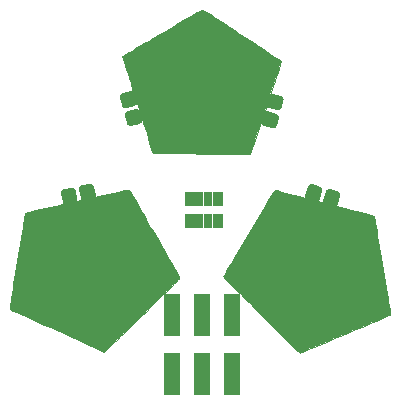
<source format=gbr>
G04 #@! TF.GenerationSoftware,KiCad,Pcbnew,5.1.2*
G04 #@! TF.CreationDate,2019-07-05T19:56:43-05:00*
G04 #@! TF.ProjectId,ZoraSapphire,5a6f7261-5361-4707-9068-6972652e6b69,rev?*
G04 #@! TF.SameCoordinates,Original*
G04 #@! TF.FileFunction,Soldermask,Bot*
G04 #@! TF.FilePolarity,Negative*
%FSLAX46Y46*%
G04 Gerber Fmt 4.6, Leading zero omitted, Abs format (unit mm)*
G04 Created by KiCad (PCBNEW 5.1.2) date 2019-07-05 19:56:43*
%MOMM*%
%LPD*%
G04 APERTURE LIST*
%ADD10C,0.010000*%
%ADD11C,0.100000*%
%ADD12C,1.275000*%
%ADD13R,1.400000X3.550000*%
%ADD14R,0.900000X1.200000*%
%ADD15R,0.800000X1.200000*%
G04 APERTURE END LIST*
D10*
G36*
X158126578Y-95205091D02*
G01*
X158243771Y-95233671D01*
X158429540Y-95280643D01*
X158677280Y-95344258D01*
X158980386Y-95422767D01*
X159332251Y-95514420D01*
X159726272Y-95617466D01*
X160155841Y-95730156D01*
X160614354Y-95850740D01*
X161095206Y-95977469D01*
X161591790Y-96108592D01*
X162097502Y-96242360D01*
X162605736Y-96377023D01*
X163109886Y-96510832D01*
X163603347Y-96642035D01*
X164079514Y-96768884D01*
X164531781Y-96889629D01*
X164953543Y-97002519D01*
X165338194Y-97105806D01*
X165679129Y-97197739D01*
X165969742Y-97276569D01*
X166203428Y-97340545D01*
X166373582Y-97387918D01*
X166473598Y-97416938D01*
X166498553Y-97425552D01*
X166509399Y-97469953D01*
X166532585Y-97590930D01*
X166566978Y-97781626D01*
X166611448Y-98035186D01*
X166664863Y-98344754D01*
X166726090Y-98703473D01*
X166793998Y-99104488D01*
X166867455Y-99540944D01*
X166945330Y-100005983D01*
X167026490Y-100492751D01*
X167109804Y-100994392D01*
X167194141Y-101504049D01*
X167278367Y-102014867D01*
X167361353Y-102519989D01*
X167441965Y-103012561D01*
X167519073Y-103485725D01*
X167591544Y-103932627D01*
X167658246Y-104346410D01*
X167718048Y-104720219D01*
X167769819Y-105047197D01*
X167812425Y-105320489D01*
X167844736Y-105533238D01*
X167865620Y-105678590D01*
X167873945Y-105749688D01*
X167873693Y-105755751D01*
X167832060Y-105775305D01*
X167718848Y-105824777D01*
X167540517Y-105901451D01*
X167303530Y-106002609D01*
X167014347Y-106125535D01*
X166679430Y-106267513D01*
X166305239Y-106425826D01*
X165898236Y-106597757D01*
X165464881Y-106780590D01*
X165011637Y-106971609D01*
X164544964Y-107168097D01*
X164071324Y-107367337D01*
X163597177Y-107566613D01*
X163128984Y-107763208D01*
X162673208Y-107954406D01*
X162236308Y-108137491D01*
X161824747Y-108309745D01*
X161444985Y-108468452D01*
X161103483Y-108610895D01*
X160806703Y-108734359D01*
X160561105Y-108836126D01*
X160373152Y-108913480D01*
X160249303Y-108963705D01*
X160196021Y-108984083D01*
X160194522Y-108984398D01*
X160160788Y-108954864D01*
X160070973Y-108869456D01*
X159928998Y-108732034D01*
X159738785Y-108546459D01*
X159504254Y-108316590D01*
X159229328Y-108046289D01*
X158917927Y-107739415D01*
X158573972Y-107399829D01*
X158201385Y-107031391D01*
X157804087Y-106637961D01*
X157385999Y-106223399D01*
X156951043Y-105791566D01*
X156930763Y-105771419D01*
X156417832Y-105261664D01*
X155961860Y-104808088D01*
X155559607Y-104407333D01*
X155207831Y-104056044D01*
X154903291Y-103750865D01*
X154642746Y-103488441D01*
X154422955Y-103265415D01*
X154240677Y-103078431D01*
X154092670Y-102924133D01*
X153975693Y-102799166D01*
X153886505Y-102700173D01*
X153821865Y-102623799D01*
X153778532Y-102566687D01*
X153753264Y-102525482D01*
X153742820Y-102496828D01*
X153743960Y-102477368D01*
X153745669Y-102473556D01*
X153774261Y-102424180D01*
X153842146Y-102309027D01*
X153945769Y-102134058D01*
X154081576Y-101905235D01*
X154246013Y-101628519D01*
X154435526Y-101309870D01*
X154646560Y-100955249D01*
X154875562Y-100570618D01*
X155118975Y-100161937D01*
X155373248Y-99735168D01*
X155634825Y-99296271D01*
X155900151Y-98851207D01*
X156165674Y-98405938D01*
X156427837Y-97966424D01*
X156683088Y-97538627D01*
X156927872Y-97128507D01*
X157158634Y-96742025D01*
X157371821Y-96385142D01*
X157563877Y-96063820D01*
X157731249Y-95784020D01*
X157870383Y-95551701D01*
X157977724Y-95372826D01*
X158049717Y-95253356D01*
X158082810Y-95199250D01*
X158084567Y-95196655D01*
X158126578Y-95205091D01*
X158126578Y-95205091D01*
G37*
X158126578Y-95205091D02*
X158243771Y-95233671D01*
X158429540Y-95280643D01*
X158677280Y-95344258D01*
X158980386Y-95422767D01*
X159332251Y-95514420D01*
X159726272Y-95617466D01*
X160155841Y-95730156D01*
X160614354Y-95850740D01*
X161095206Y-95977469D01*
X161591790Y-96108592D01*
X162097502Y-96242360D01*
X162605736Y-96377023D01*
X163109886Y-96510832D01*
X163603347Y-96642035D01*
X164079514Y-96768884D01*
X164531781Y-96889629D01*
X164953543Y-97002519D01*
X165338194Y-97105806D01*
X165679129Y-97197739D01*
X165969742Y-97276569D01*
X166203428Y-97340545D01*
X166373582Y-97387918D01*
X166473598Y-97416938D01*
X166498553Y-97425552D01*
X166509399Y-97469953D01*
X166532585Y-97590930D01*
X166566978Y-97781626D01*
X166611448Y-98035186D01*
X166664863Y-98344754D01*
X166726090Y-98703473D01*
X166793998Y-99104488D01*
X166867455Y-99540944D01*
X166945330Y-100005983D01*
X167026490Y-100492751D01*
X167109804Y-100994392D01*
X167194141Y-101504049D01*
X167278367Y-102014867D01*
X167361353Y-102519989D01*
X167441965Y-103012561D01*
X167519073Y-103485725D01*
X167591544Y-103932627D01*
X167658246Y-104346410D01*
X167718048Y-104720219D01*
X167769819Y-105047197D01*
X167812425Y-105320489D01*
X167844736Y-105533238D01*
X167865620Y-105678590D01*
X167873945Y-105749688D01*
X167873693Y-105755751D01*
X167832060Y-105775305D01*
X167718848Y-105824777D01*
X167540517Y-105901451D01*
X167303530Y-106002609D01*
X167014347Y-106125535D01*
X166679430Y-106267513D01*
X166305239Y-106425826D01*
X165898236Y-106597757D01*
X165464881Y-106780590D01*
X165011637Y-106971609D01*
X164544964Y-107168097D01*
X164071324Y-107367337D01*
X163597177Y-107566613D01*
X163128984Y-107763208D01*
X162673208Y-107954406D01*
X162236308Y-108137491D01*
X161824747Y-108309745D01*
X161444985Y-108468452D01*
X161103483Y-108610895D01*
X160806703Y-108734359D01*
X160561105Y-108836126D01*
X160373152Y-108913480D01*
X160249303Y-108963705D01*
X160196021Y-108984083D01*
X160194522Y-108984398D01*
X160160788Y-108954864D01*
X160070973Y-108869456D01*
X159928998Y-108732034D01*
X159738785Y-108546459D01*
X159504254Y-108316590D01*
X159229328Y-108046289D01*
X158917927Y-107739415D01*
X158573972Y-107399829D01*
X158201385Y-107031391D01*
X157804087Y-106637961D01*
X157385999Y-106223399D01*
X156951043Y-105791566D01*
X156930763Y-105771419D01*
X156417832Y-105261664D01*
X155961860Y-104808088D01*
X155559607Y-104407333D01*
X155207831Y-104056044D01*
X154903291Y-103750865D01*
X154642746Y-103488441D01*
X154422955Y-103265415D01*
X154240677Y-103078431D01*
X154092670Y-102924133D01*
X153975693Y-102799166D01*
X153886505Y-102700173D01*
X153821865Y-102623799D01*
X153778532Y-102566687D01*
X153753264Y-102525482D01*
X153742820Y-102496828D01*
X153743960Y-102477368D01*
X153745669Y-102473556D01*
X153774261Y-102424180D01*
X153842146Y-102309027D01*
X153945769Y-102134058D01*
X154081576Y-101905235D01*
X154246013Y-101628519D01*
X154435526Y-101309870D01*
X154646560Y-100955249D01*
X154875562Y-100570618D01*
X155118975Y-100161937D01*
X155373248Y-99735168D01*
X155634825Y-99296271D01*
X155900151Y-98851207D01*
X156165674Y-98405938D01*
X156427837Y-97966424D01*
X156683088Y-97538627D01*
X156927872Y-97128507D01*
X157158634Y-96742025D01*
X157371821Y-96385142D01*
X157563877Y-96063820D01*
X157731249Y-95784020D01*
X157870383Y-95551701D01*
X157977724Y-95372826D01*
X158049717Y-95253356D01*
X158082810Y-95199250D01*
X158084567Y-95196655D01*
X158126578Y-95205091D01*
G36*
X145750214Y-95172048D02*
G01*
X145774338Y-95211460D01*
X145837166Y-95318292D01*
X145935241Y-95486543D01*
X146065105Y-95710209D01*
X146223303Y-95983287D01*
X146406377Y-96299777D01*
X146610870Y-96653673D01*
X146833326Y-97038976D01*
X147070287Y-97449680D01*
X147318298Y-97879786D01*
X147573900Y-98323288D01*
X147833637Y-98774186D01*
X148094053Y-99226477D01*
X148351690Y-99674157D01*
X148603091Y-100111226D01*
X148844800Y-100531679D01*
X149073361Y-100929514D01*
X149285315Y-101298730D01*
X149477206Y-101633323D01*
X149645577Y-101927291D01*
X149786972Y-102174631D01*
X149897933Y-102369341D01*
X149975004Y-102505419D01*
X150014728Y-102576861D01*
X150015840Y-102578945D01*
X150020674Y-102597509D01*
X150015520Y-102623009D01*
X149996846Y-102659058D01*
X149961115Y-102709265D01*
X149904795Y-102777242D01*
X149824352Y-102866599D01*
X149716250Y-102980949D01*
X149576956Y-103123900D01*
X149402936Y-103299066D01*
X149190656Y-103510056D01*
X148936580Y-103760481D01*
X148637176Y-104053952D01*
X148288909Y-104394081D01*
X147888245Y-104784478D01*
X147431650Y-105228755D01*
X147239168Y-105415934D01*
X146820591Y-105822882D01*
X146412475Y-106219557D01*
X146019823Y-106601103D01*
X145647638Y-106962663D01*
X145300922Y-107299382D01*
X144984677Y-107606402D01*
X144703907Y-107878867D01*
X144463612Y-108111920D01*
X144268797Y-108300704D01*
X144124464Y-108440364D01*
X144035615Y-108526043D01*
X144033249Y-108528313D01*
X143651998Y-108894150D01*
X139651749Y-107094648D01*
X139102896Y-106847716D01*
X138576156Y-106610669D01*
X138076620Y-106385803D01*
X137609379Y-106175412D01*
X137179523Y-105981791D01*
X136792145Y-105807233D01*
X136452334Y-105654034D01*
X136165182Y-105524488D01*
X135935780Y-105420889D01*
X135769220Y-105345532D01*
X135670591Y-105300712D01*
X135643973Y-105288351D01*
X135649176Y-105246414D01*
X135666951Y-105127846D01*
X135696175Y-104939569D01*
X135735725Y-104688503D01*
X135784477Y-104381569D01*
X135841309Y-104025689D01*
X135905099Y-103627784D01*
X135974722Y-103194775D01*
X136049056Y-102733583D01*
X136126978Y-102251129D01*
X136207366Y-101754335D01*
X136289096Y-101250120D01*
X136371045Y-100745407D01*
X136452090Y-100247117D01*
X136531109Y-99762170D01*
X136606978Y-99297488D01*
X136678575Y-98859991D01*
X136744776Y-98456602D01*
X136804459Y-98094240D01*
X136856501Y-97779828D01*
X136899778Y-97520286D01*
X136933169Y-97322535D01*
X136955549Y-97193496D01*
X136965796Y-97140091D01*
X136966186Y-97139056D01*
X137011377Y-97124809D01*
X137132418Y-97093919D01*
X137322745Y-97047857D01*
X137575790Y-96988092D01*
X137884988Y-96916094D01*
X138243773Y-96833335D01*
X138645578Y-96741285D01*
X139083838Y-96641413D01*
X139551986Y-96535191D01*
X140043456Y-96424089D01*
X140551682Y-96309576D01*
X141070097Y-96193124D01*
X141592136Y-96076203D01*
X142111232Y-95960282D01*
X142620820Y-95846834D01*
X143114333Y-95737327D01*
X143585204Y-95633232D01*
X144026869Y-95536020D01*
X144432760Y-95447160D01*
X144796312Y-95368124D01*
X145110958Y-95300382D01*
X145370132Y-95245403D01*
X145567268Y-95204659D01*
X145695800Y-95179620D01*
X145749162Y-95171756D01*
X145750214Y-95172048D01*
X145750214Y-95172048D01*
G37*
X145750214Y-95172048D02*
X145774338Y-95211460D01*
X145837166Y-95318292D01*
X145935241Y-95486543D01*
X146065105Y-95710209D01*
X146223303Y-95983287D01*
X146406377Y-96299777D01*
X146610870Y-96653673D01*
X146833326Y-97038976D01*
X147070287Y-97449680D01*
X147318298Y-97879786D01*
X147573900Y-98323288D01*
X147833637Y-98774186D01*
X148094053Y-99226477D01*
X148351690Y-99674157D01*
X148603091Y-100111226D01*
X148844800Y-100531679D01*
X149073361Y-100929514D01*
X149285315Y-101298730D01*
X149477206Y-101633323D01*
X149645577Y-101927291D01*
X149786972Y-102174631D01*
X149897933Y-102369341D01*
X149975004Y-102505419D01*
X150014728Y-102576861D01*
X150015840Y-102578945D01*
X150020674Y-102597509D01*
X150015520Y-102623009D01*
X149996846Y-102659058D01*
X149961115Y-102709265D01*
X149904795Y-102777242D01*
X149824352Y-102866599D01*
X149716250Y-102980949D01*
X149576956Y-103123900D01*
X149402936Y-103299066D01*
X149190656Y-103510056D01*
X148936580Y-103760481D01*
X148637176Y-104053952D01*
X148288909Y-104394081D01*
X147888245Y-104784478D01*
X147431650Y-105228755D01*
X147239168Y-105415934D01*
X146820591Y-105822882D01*
X146412475Y-106219557D01*
X146019823Y-106601103D01*
X145647638Y-106962663D01*
X145300922Y-107299382D01*
X144984677Y-107606402D01*
X144703907Y-107878867D01*
X144463612Y-108111920D01*
X144268797Y-108300704D01*
X144124464Y-108440364D01*
X144035615Y-108526043D01*
X144033249Y-108528313D01*
X143651998Y-108894150D01*
X139651749Y-107094648D01*
X139102896Y-106847716D01*
X138576156Y-106610669D01*
X138076620Y-106385803D01*
X137609379Y-106175412D01*
X137179523Y-105981791D01*
X136792145Y-105807233D01*
X136452334Y-105654034D01*
X136165182Y-105524488D01*
X135935780Y-105420889D01*
X135769220Y-105345532D01*
X135670591Y-105300712D01*
X135643973Y-105288351D01*
X135649176Y-105246414D01*
X135666951Y-105127846D01*
X135696175Y-104939569D01*
X135735725Y-104688503D01*
X135784477Y-104381569D01*
X135841309Y-104025689D01*
X135905099Y-103627784D01*
X135974722Y-103194775D01*
X136049056Y-102733583D01*
X136126978Y-102251129D01*
X136207366Y-101754335D01*
X136289096Y-101250120D01*
X136371045Y-100745407D01*
X136452090Y-100247117D01*
X136531109Y-99762170D01*
X136606978Y-99297488D01*
X136678575Y-98859991D01*
X136744776Y-98456602D01*
X136804459Y-98094240D01*
X136856501Y-97779828D01*
X136899778Y-97520286D01*
X136933169Y-97322535D01*
X136955549Y-97193496D01*
X136965796Y-97140091D01*
X136966186Y-97139056D01*
X137011377Y-97124809D01*
X137132418Y-97093919D01*
X137322745Y-97047857D01*
X137575790Y-96988092D01*
X137884988Y-96916094D01*
X138243773Y-96833335D01*
X138645578Y-96741285D01*
X139083838Y-96641413D01*
X139551986Y-96535191D01*
X140043456Y-96424089D01*
X140551682Y-96309576D01*
X141070097Y-96193124D01*
X141592136Y-96076203D01*
X142111232Y-95960282D01*
X142620820Y-95846834D01*
X143114333Y-95737327D01*
X143585204Y-95633232D01*
X144026869Y-95536020D01*
X144432760Y-95447160D01*
X144796312Y-95368124D01*
X145110958Y-95300382D01*
X145370132Y-95245403D01*
X145567268Y-95204659D01*
X145695800Y-95179620D01*
X145749162Y-95171756D01*
X145750214Y-95172048D01*
G36*
X151990469Y-79950276D02*
G01*
X152097496Y-80015924D01*
X152263120Y-80120362D01*
X152481318Y-80259647D01*
X152746067Y-80429838D01*
X153051347Y-80626993D01*
X153391134Y-80847171D01*
X153759407Y-81086428D01*
X154150144Y-81340823D01*
X154557323Y-81606415D01*
X154974922Y-81879262D01*
X155396918Y-82155420D01*
X155817290Y-82430950D01*
X156230015Y-82701908D01*
X156629072Y-82964352D01*
X157008439Y-83214342D01*
X157362092Y-83447935D01*
X157684012Y-83661189D01*
X157968174Y-83850161D01*
X158208558Y-84010912D01*
X158399141Y-84139497D01*
X158533902Y-84231976D01*
X158606817Y-84284406D01*
X158616259Y-84292227D01*
X158606004Y-84334190D01*
X158570661Y-84450978D01*
X158512013Y-84637127D01*
X158431844Y-84887173D01*
X158331940Y-85195652D01*
X158214083Y-85557101D01*
X158080059Y-85966055D01*
X157931650Y-86417051D01*
X157770641Y-86904624D01*
X157598816Y-87423311D01*
X157417960Y-87967648D01*
X157325349Y-88245787D01*
X156014345Y-92180333D01*
X154976923Y-92173826D01*
X154757032Y-92171834D01*
X154462444Y-92168216D01*
X154103107Y-92163139D01*
X153688971Y-92156766D01*
X153229987Y-92149263D01*
X152736102Y-92140794D01*
X152217269Y-92131525D01*
X151683435Y-92121621D01*
X151144550Y-92111245D01*
X150849167Y-92105389D01*
X150345808Y-92095205D01*
X149867686Y-92085342D01*
X149421458Y-92075949D01*
X149013781Y-92067175D01*
X148651311Y-92059171D01*
X148340706Y-92052084D01*
X148088623Y-92046063D01*
X147901718Y-92041259D01*
X147786650Y-92037819D01*
X147749946Y-92035982D01*
X147735741Y-91995039D01*
X147698380Y-91879865D01*
X147639929Y-91697052D01*
X147562454Y-91453192D01*
X147468023Y-91154875D01*
X147358701Y-90808694D01*
X147236556Y-90421240D01*
X147103654Y-89999105D01*
X146962062Y-89548880D01*
X146813846Y-89077157D01*
X146661073Y-88590527D01*
X146505809Y-88095582D01*
X146350122Y-87598913D01*
X146196077Y-87107112D01*
X146045742Y-86626771D01*
X145901182Y-86164481D01*
X145764465Y-85726833D01*
X145637658Y-85320420D01*
X145522826Y-84951833D01*
X145422036Y-84627662D01*
X145337356Y-84354501D01*
X145270851Y-84138940D01*
X145224588Y-83987571D01*
X145200634Y-83906986D01*
X145197666Y-83895350D01*
X145233263Y-83867248D01*
X145335896Y-83800384D01*
X145499334Y-83698419D01*
X145717346Y-83565018D01*
X145983698Y-83403844D01*
X146292159Y-83218561D01*
X146636495Y-83012831D01*
X147010476Y-82790318D01*
X147407869Y-82554686D01*
X147822441Y-82309598D01*
X148247961Y-82058717D01*
X148678196Y-81805706D01*
X149106914Y-81554230D01*
X149527882Y-81307952D01*
X149934870Y-81070534D01*
X150321643Y-80845641D01*
X150681971Y-80636935D01*
X151009621Y-80448081D01*
X151298360Y-80282741D01*
X151541957Y-80144578D01*
X151734179Y-80037258D01*
X151868794Y-79964441D01*
X151939570Y-79929793D01*
X151948059Y-79927360D01*
X151990469Y-79950276D01*
X151990469Y-79950276D01*
G37*
X151990469Y-79950276D02*
X152097496Y-80015924D01*
X152263120Y-80120362D01*
X152481318Y-80259647D01*
X152746067Y-80429838D01*
X153051347Y-80626993D01*
X153391134Y-80847171D01*
X153759407Y-81086428D01*
X154150144Y-81340823D01*
X154557323Y-81606415D01*
X154974922Y-81879262D01*
X155396918Y-82155420D01*
X155817290Y-82430950D01*
X156230015Y-82701908D01*
X156629072Y-82964352D01*
X157008439Y-83214342D01*
X157362092Y-83447935D01*
X157684012Y-83661189D01*
X157968174Y-83850161D01*
X158208558Y-84010912D01*
X158399141Y-84139497D01*
X158533902Y-84231976D01*
X158606817Y-84284406D01*
X158616259Y-84292227D01*
X158606004Y-84334190D01*
X158570661Y-84450978D01*
X158512013Y-84637127D01*
X158431844Y-84887173D01*
X158331940Y-85195652D01*
X158214083Y-85557101D01*
X158080059Y-85966055D01*
X157931650Y-86417051D01*
X157770641Y-86904624D01*
X157598816Y-87423311D01*
X157417960Y-87967648D01*
X157325349Y-88245787D01*
X156014345Y-92180333D01*
X154976923Y-92173826D01*
X154757032Y-92171834D01*
X154462444Y-92168216D01*
X154103107Y-92163139D01*
X153688971Y-92156766D01*
X153229987Y-92149263D01*
X152736102Y-92140794D01*
X152217269Y-92131525D01*
X151683435Y-92121621D01*
X151144550Y-92111245D01*
X150849167Y-92105389D01*
X150345808Y-92095205D01*
X149867686Y-92085342D01*
X149421458Y-92075949D01*
X149013781Y-92067175D01*
X148651311Y-92059171D01*
X148340706Y-92052084D01*
X148088623Y-92046063D01*
X147901718Y-92041259D01*
X147786650Y-92037819D01*
X147749946Y-92035982D01*
X147735741Y-91995039D01*
X147698380Y-91879865D01*
X147639929Y-91697052D01*
X147562454Y-91453192D01*
X147468023Y-91154875D01*
X147358701Y-90808694D01*
X147236556Y-90421240D01*
X147103654Y-89999105D01*
X146962062Y-89548880D01*
X146813846Y-89077157D01*
X146661073Y-88590527D01*
X146505809Y-88095582D01*
X146350122Y-87598913D01*
X146196077Y-87107112D01*
X146045742Y-86626771D01*
X145901182Y-86164481D01*
X145764465Y-85726833D01*
X145637658Y-85320420D01*
X145522826Y-84951833D01*
X145422036Y-84627662D01*
X145337356Y-84354501D01*
X145270851Y-84138940D01*
X145224588Y-83987571D01*
X145200634Y-83906986D01*
X145197666Y-83895350D01*
X145233263Y-83867248D01*
X145335896Y-83800384D01*
X145499334Y-83698419D01*
X145717346Y-83565018D01*
X145983698Y-83403844D01*
X146292159Y-83218561D01*
X146636495Y-83012831D01*
X147010476Y-82790318D01*
X147407869Y-82554686D01*
X147822441Y-82309598D01*
X148247961Y-82058717D01*
X148678196Y-81805706D01*
X149106914Y-81554230D01*
X149527882Y-81307952D01*
X149934870Y-81070534D01*
X150321643Y-80845641D01*
X150681971Y-80636935D01*
X151009621Y-80448081D01*
X151298360Y-80282741D01*
X151541957Y-80144578D01*
X151734179Y-80037258D01*
X151868794Y-79964441D01*
X151939570Y-79929793D01*
X151948059Y-79927360D01*
X151990469Y-79950276D01*
D11*
G36*
X140948977Y-94998144D02*
G01*
X140979976Y-95002328D01*
X141010417Y-95009531D01*
X141040004Y-95019683D01*
X141068454Y-95032686D01*
X141095493Y-95048415D01*
X141120859Y-95066718D01*
X141144310Y-95087420D01*
X141165618Y-95110320D01*
X141184579Y-95135199D01*
X141201010Y-95161816D01*
X141214754Y-95189916D01*
X141225676Y-95219228D01*
X141233674Y-95249469D01*
X141381811Y-95946399D01*
X141386805Y-95977279D01*
X141388749Y-96008499D01*
X141387623Y-96039759D01*
X141383438Y-96070759D01*
X141376236Y-96101199D01*
X141366084Y-96130786D01*
X141353081Y-96159236D01*
X141337352Y-96186275D01*
X141319049Y-96211641D01*
X141298347Y-96235092D01*
X141275447Y-96256400D01*
X141250568Y-96275361D01*
X141223950Y-96291793D01*
X141195851Y-96305536D01*
X141166539Y-96316458D01*
X141136298Y-96324456D01*
X140512729Y-96457000D01*
X140481850Y-96461994D01*
X140450629Y-96463938D01*
X140419369Y-96462812D01*
X140388370Y-96458628D01*
X140357929Y-96451425D01*
X140328342Y-96441273D01*
X140299892Y-96428270D01*
X140272853Y-96412541D01*
X140247487Y-96394238D01*
X140224036Y-96373536D01*
X140202728Y-96350636D01*
X140183767Y-96325757D01*
X140167336Y-96299140D01*
X140153592Y-96271040D01*
X140142670Y-96241728D01*
X140134672Y-96211487D01*
X139986535Y-95514557D01*
X139981541Y-95483677D01*
X139979597Y-95452457D01*
X139980723Y-95421197D01*
X139984908Y-95390197D01*
X139992110Y-95359757D01*
X140002262Y-95330170D01*
X140015265Y-95301720D01*
X140030994Y-95274681D01*
X140049297Y-95249315D01*
X140069999Y-95225864D01*
X140092899Y-95204556D01*
X140117778Y-95185595D01*
X140144396Y-95169163D01*
X140172495Y-95155420D01*
X140201807Y-95144498D01*
X140232048Y-95136500D01*
X140855617Y-95003956D01*
X140886496Y-94998962D01*
X140917717Y-94997018D01*
X140948977Y-94998144D01*
X140948977Y-94998144D01*
G37*
D12*
X140684173Y-95730478D03*
D11*
G36*
X142489559Y-94670684D02*
G01*
X142520558Y-94674868D01*
X142550999Y-94682071D01*
X142580586Y-94692223D01*
X142609036Y-94705226D01*
X142636075Y-94720955D01*
X142661441Y-94739258D01*
X142684892Y-94759960D01*
X142706200Y-94782860D01*
X142725161Y-94807739D01*
X142741592Y-94834356D01*
X142755336Y-94862456D01*
X142766258Y-94891768D01*
X142774256Y-94922009D01*
X142922393Y-95618939D01*
X142927387Y-95649819D01*
X142929331Y-95681039D01*
X142928205Y-95712299D01*
X142924020Y-95743299D01*
X142916818Y-95773739D01*
X142906666Y-95803326D01*
X142893663Y-95831776D01*
X142877934Y-95858815D01*
X142859631Y-95884181D01*
X142838929Y-95907632D01*
X142816029Y-95928940D01*
X142791150Y-95947901D01*
X142764532Y-95964333D01*
X142736433Y-95978076D01*
X142707121Y-95988998D01*
X142676880Y-95996996D01*
X142053311Y-96129540D01*
X142022432Y-96134534D01*
X141991211Y-96136478D01*
X141959951Y-96135352D01*
X141928952Y-96131168D01*
X141898511Y-96123965D01*
X141868924Y-96113813D01*
X141840474Y-96100810D01*
X141813435Y-96085081D01*
X141788069Y-96066778D01*
X141764618Y-96046076D01*
X141743310Y-96023176D01*
X141724349Y-95998297D01*
X141707918Y-95971680D01*
X141694174Y-95943580D01*
X141683252Y-95914268D01*
X141675254Y-95884027D01*
X141527117Y-95187097D01*
X141522123Y-95156217D01*
X141520179Y-95124997D01*
X141521305Y-95093737D01*
X141525490Y-95062737D01*
X141532692Y-95032297D01*
X141542844Y-95002710D01*
X141555847Y-94974260D01*
X141571576Y-94947221D01*
X141589879Y-94921855D01*
X141610581Y-94898404D01*
X141633481Y-94877096D01*
X141658360Y-94858135D01*
X141684978Y-94841703D01*
X141713077Y-94827960D01*
X141742389Y-94817038D01*
X141772630Y-94809040D01*
X142396199Y-94676496D01*
X142427078Y-94671502D01*
X142458299Y-94669558D01*
X142489559Y-94670684D01*
X142489559Y-94670684D01*
G37*
D12*
X142224755Y-95403018D03*
D11*
G36*
X146443219Y-88353884D02*
G01*
X146473994Y-88359484D01*
X146504072Y-88368073D01*
X146533164Y-88379569D01*
X146560988Y-88393862D01*
X146587278Y-88410812D01*
X146611780Y-88430258D01*
X146634257Y-88452012D01*
X146654495Y-88475865D01*
X146672296Y-88501586D01*
X146687491Y-88528928D01*
X146699933Y-88557628D01*
X146709502Y-88587409D01*
X146874499Y-89203187D01*
X146881103Y-89233762D01*
X146884678Y-89264838D01*
X146885189Y-89296114D01*
X146882633Y-89327290D01*
X146877033Y-89358066D01*
X146868444Y-89388144D01*
X146856948Y-89417235D01*
X146842656Y-89445060D01*
X146825705Y-89471350D01*
X146806259Y-89495852D01*
X146784505Y-89518329D01*
X146760653Y-89538566D01*
X146734932Y-89556368D01*
X146707589Y-89571563D01*
X146678890Y-89584005D01*
X146649108Y-89593574D01*
X145960885Y-89777982D01*
X145930310Y-89784586D01*
X145899234Y-89788161D01*
X145867957Y-89788672D01*
X145836781Y-89786116D01*
X145806006Y-89780516D01*
X145775928Y-89771927D01*
X145746836Y-89760431D01*
X145719012Y-89746138D01*
X145692722Y-89729188D01*
X145668220Y-89709742D01*
X145645743Y-89687988D01*
X145625505Y-89664135D01*
X145607704Y-89638414D01*
X145592509Y-89611072D01*
X145580067Y-89582372D01*
X145570498Y-89552591D01*
X145405501Y-88936813D01*
X145398897Y-88906238D01*
X145395322Y-88875162D01*
X145394811Y-88843886D01*
X145397367Y-88812710D01*
X145402967Y-88781934D01*
X145411556Y-88751856D01*
X145423052Y-88722765D01*
X145437344Y-88694940D01*
X145454295Y-88668650D01*
X145473741Y-88644148D01*
X145495495Y-88621671D01*
X145519347Y-88601434D01*
X145545068Y-88583632D01*
X145572411Y-88568437D01*
X145601110Y-88555995D01*
X145630892Y-88546426D01*
X146319115Y-88362018D01*
X146349690Y-88355414D01*
X146380766Y-88351839D01*
X146412043Y-88351328D01*
X146443219Y-88353884D01*
X146443219Y-88353884D01*
G37*
D12*
X146140000Y-89070000D03*
D11*
G36*
X146035579Y-86832550D02*
G01*
X146066354Y-86838150D01*
X146096432Y-86846739D01*
X146125524Y-86858235D01*
X146153348Y-86872528D01*
X146179638Y-86889478D01*
X146204140Y-86908924D01*
X146226617Y-86930678D01*
X146246855Y-86954531D01*
X146264656Y-86980252D01*
X146279851Y-87007594D01*
X146292293Y-87036294D01*
X146301862Y-87066075D01*
X146466859Y-87681853D01*
X146473463Y-87712428D01*
X146477038Y-87743504D01*
X146477549Y-87774780D01*
X146474993Y-87805956D01*
X146469393Y-87836732D01*
X146460804Y-87866810D01*
X146449308Y-87895901D01*
X146435016Y-87923726D01*
X146418065Y-87950016D01*
X146398619Y-87974518D01*
X146376865Y-87996995D01*
X146353013Y-88017232D01*
X146327292Y-88035034D01*
X146299949Y-88050229D01*
X146271250Y-88062671D01*
X146241468Y-88072240D01*
X145553245Y-88256648D01*
X145522670Y-88263252D01*
X145491594Y-88266827D01*
X145460317Y-88267338D01*
X145429141Y-88264782D01*
X145398366Y-88259182D01*
X145368288Y-88250593D01*
X145339196Y-88239097D01*
X145311372Y-88224804D01*
X145285082Y-88207854D01*
X145260580Y-88188408D01*
X145238103Y-88166654D01*
X145217865Y-88142801D01*
X145200064Y-88117080D01*
X145184869Y-88089738D01*
X145172427Y-88061038D01*
X145162858Y-88031257D01*
X144997861Y-87415479D01*
X144991257Y-87384904D01*
X144987682Y-87353828D01*
X144987171Y-87322552D01*
X144989727Y-87291376D01*
X144995327Y-87260600D01*
X145003916Y-87230522D01*
X145015412Y-87201431D01*
X145029704Y-87173606D01*
X145046655Y-87147316D01*
X145066101Y-87122814D01*
X145087855Y-87100337D01*
X145111707Y-87080100D01*
X145137428Y-87062298D01*
X145164771Y-87047103D01*
X145193470Y-87034661D01*
X145223252Y-87025092D01*
X145911475Y-86840684D01*
X145942050Y-86834080D01*
X145973126Y-86830505D01*
X146004403Y-86829994D01*
X146035579Y-86832550D01*
X146035579Y-86832550D01*
G37*
D12*
X145732360Y-87548666D03*
D11*
G36*
X157449234Y-88551839D02*
G01*
X157480310Y-88555414D01*
X157510885Y-88562018D01*
X158199108Y-88746426D01*
X158228889Y-88755995D01*
X158257589Y-88768437D01*
X158284931Y-88783632D01*
X158310652Y-88801433D01*
X158334505Y-88821671D01*
X158356259Y-88844148D01*
X158375705Y-88868650D01*
X158392655Y-88894940D01*
X158406948Y-88922764D01*
X158418444Y-88951856D01*
X158427033Y-88981934D01*
X158432633Y-89012709D01*
X158435189Y-89043885D01*
X158434678Y-89075162D01*
X158431103Y-89106238D01*
X158424499Y-89136813D01*
X158259502Y-89752591D01*
X158249933Y-89782373D01*
X158237491Y-89811072D01*
X158222296Y-89838415D01*
X158204494Y-89864136D01*
X158184257Y-89887988D01*
X158161780Y-89909742D01*
X158137278Y-89929188D01*
X158110988Y-89946139D01*
X158083163Y-89960431D01*
X158054072Y-89971927D01*
X158023994Y-89980516D01*
X157993218Y-89986116D01*
X157962042Y-89988672D01*
X157930766Y-89988161D01*
X157899690Y-89984586D01*
X157869115Y-89977982D01*
X157180892Y-89793574D01*
X157151111Y-89784005D01*
X157122411Y-89771563D01*
X157095069Y-89756368D01*
X157069348Y-89738567D01*
X157045495Y-89718329D01*
X157023741Y-89695852D01*
X157004295Y-89671350D01*
X156987345Y-89645060D01*
X156973052Y-89617236D01*
X156961556Y-89588144D01*
X156952967Y-89558066D01*
X156947367Y-89527291D01*
X156944811Y-89496115D01*
X156945322Y-89464838D01*
X156948897Y-89433762D01*
X156955501Y-89403187D01*
X157120498Y-88787409D01*
X157130067Y-88757627D01*
X157142509Y-88728928D01*
X157157704Y-88701585D01*
X157175506Y-88675864D01*
X157195743Y-88652012D01*
X157218220Y-88630258D01*
X157242722Y-88610812D01*
X157269012Y-88593861D01*
X157296837Y-88579569D01*
X157325928Y-88568073D01*
X157356006Y-88559484D01*
X157386782Y-88553884D01*
X157417958Y-88551328D01*
X157449234Y-88551839D01*
X157449234Y-88551839D01*
G37*
D12*
X157690000Y-89270000D03*
D11*
G36*
X157856874Y-87030505D02*
G01*
X157887950Y-87034080D01*
X157918525Y-87040684D01*
X158606748Y-87225092D01*
X158636529Y-87234661D01*
X158665229Y-87247103D01*
X158692571Y-87262298D01*
X158718292Y-87280099D01*
X158742145Y-87300337D01*
X158763899Y-87322814D01*
X158783345Y-87347316D01*
X158800295Y-87373606D01*
X158814588Y-87401430D01*
X158826084Y-87430522D01*
X158834673Y-87460600D01*
X158840273Y-87491375D01*
X158842829Y-87522551D01*
X158842318Y-87553828D01*
X158838743Y-87584904D01*
X158832139Y-87615479D01*
X158667142Y-88231257D01*
X158657573Y-88261039D01*
X158645131Y-88289738D01*
X158629936Y-88317081D01*
X158612134Y-88342802D01*
X158591897Y-88366654D01*
X158569420Y-88388408D01*
X158544918Y-88407854D01*
X158518628Y-88424805D01*
X158490803Y-88439097D01*
X158461712Y-88450593D01*
X158431634Y-88459182D01*
X158400858Y-88464782D01*
X158369682Y-88467338D01*
X158338406Y-88466827D01*
X158307330Y-88463252D01*
X158276755Y-88456648D01*
X157588532Y-88272240D01*
X157558751Y-88262671D01*
X157530051Y-88250229D01*
X157502709Y-88235034D01*
X157476988Y-88217233D01*
X157453135Y-88196995D01*
X157431381Y-88174518D01*
X157411935Y-88150016D01*
X157394985Y-88123726D01*
X157380692Y-88095902D01*
X157369196Y-88066810D01*
X157360607Y-88036732D01*
X157355007Y-88005957D01*
X157352451Y-87974781D01*
X157352962Y-87943504D01*
X157356537Y-87912428D01*
X157363141Y-87881853D01*
X157528138Y-87266075D01*
X157537707Y-87236293D01*
X157550149Y-87207594D01*
X157565344Y-87180251D01*
X157583146Y-87154530D01*
X157603383Y-87130678D01*
X157625860Y-87108924D01*
X157650362Y-87089478D01*
X157676652Y-87072527D01*
X157704477Y-87058235D01*
X157733568Y-87046739D01*
X157763646Y-87038150D01*
X157794422Y-87032550D01*
X157825598Y-87029994D01*
X157856874Y-87030505D01*
X157856874Y-87030505D01*
G37*
D12*
X158097640Y-87748666D03*
D11*
G36*
X162725829Y-95139142D02*
G01*
X162756905Y-95142717D01*
X162787480Y-95149321D01*
X163403258Y-95314318D01*
X163433040Y-95323887D01*
X163461739Y-95336329D01*
X163489082Y-95351524D01*
X163514803Y-95369326D01*
X163538655Y-95389563D01*
X163560409Y-95412040D01*
X163579855Y-95436542D01*
X163596806Y-95462832D01*
X163611098Y-95490657D01*
X163622594Y-95519748D01*
X163631183Y-95549826D01*
X163636783Y-95580602D01*
X163639339Y-95611778D01*
X163638828Y-95643054D01*
X163635253Y-95674130D01*
X163628649Y-95704705D01*
X163444241Y-96392928D01*
X163434672Y-96422709D01*
X163422230Y-96451409D01*
X163407035Y-96478751D01*
X163389234Y-96504472D01*
X163368996Y-96528325D01*
X163346519Y-96550079D01*
X163322017Y-96569525D01*
X163295727Y-96586475D01*
X163267903Y-96600768D01*
X163238811Y-96612264D01*
X163208733Y-96620853D01*
X163177958Y-96626453D01*
X163146782Y-96629009D01*
X163115505Y-96628498D01*
X163084429Y-96624923D01*
X163053854Y-96618319D01*
X162438076Y-96453322D01*
X162408294Y-96443753D01*
X162379595Y-96431311D01*
X162352252Y-96416116D01*
X162326531Y-96398314D01*
X162302679Y-96378077D01*
X162280925Y-96355600D01*
X162261479Y-96331098D01*
X162244528Y-96304808D01*
X162230236Y-96276983D01*
X162218740Y-96247892D01*
X162210151Y-96217814D01*
X162204551Y-96187038D01*
X162201995Y-96155862D01*
X162202506Y-96124586D01*
X162206081Y-96093510D01*
X162212685Y-96062935D01*
X162397093Y-95374712D01*
X162406662Y-95344931D01*
X162419104Y-95316231D01*
X162434299Y-95288889D01*
X162452100Y-95263168D01*
X162472338Y-95239315D01*
X162494815Y-95217561D01*
X162519317Y-95198115D01*
X162545607Y-95181165D01*
X162573431Y-95166872D01*
X162602523Y-95155376D01*
X162632601Y-95146787D01*
X162663376Y-95141187D01*
X162694552Y-95138631D01*
X162725829Y-95139142D01*
X162725829Y-95139142D01*
G37*
D12*
X162920667Y-95883820D03*
D11*
G36*
X161204495Y-94731502D02*
G01*
X161235571Y-94735077D01*
X161266146Y-94741681D01*
X161881924Y-94906678D01*
X161911706Y-94916247D01*
X161940405Y-94928689D01*
X161967748Y-94943884D01*
X161993469Y-94961686D01*
X162017321Y-94981923D01*
X162039075Y-95004400D01*
X162058521Y-95028902D01*
X162075472Y-95055192D01*
X162089764Y-95083017D01*
X162101260Y-95112108D01*
X162109849Y-95142186D01*
X162115449Y-95172962D01*
X162118005Y-95204138D01*
X162117494Y-95235414D01*
X162113919Y-95266490D01*
X162107315Y-95297065D01*
X161922907Y-95985288D01*
X161913338Y-96015069D01*
X161900896Y-96043769D01*
X161885701Y-96071111D01*
X161867900Y-96096832D01*
X161847662Y-96120685D01*
X161825185Y-96142439D01*
X161800683Y-96161885D01*
X161774393Y-96178835D01*
X161746569Y-96193128D01*
X161717477Y-96204624D01*
X161687399Y-96213213D01*
X161656624Y-96218813D01*
X161625448Y-96221369D01*
X161594171Y-96220858D01*
X161563095Y-96217283D01*
X161532520Y-96210679D01*
X160916742Y-96045682D01*
X160886960Y-96036113D01*
X160858261Y-96023671D01*
X160830918Y-96008476D01*
X160805197Y-95990674D01*
X160781345Y-95970437D01*
X160759591Y-95947960D01*
X160740145Y-95923458D01*
X160723194Y-95897168D01*
X160708902Y-95869343D01*
X160697406Y-95840252D01*
X160688817Y-95810174D01*
X160683217Y-95779398D01*
X160680661Y-95748222D01*
X160681172Y-95716946D01*
X160684747Y-95685870D01*
X160691351Y-95655295D01*
X160875759Y-94967072D01*
X160885328Y-94937291D01*
X160897770Y-94908591D01*
X160912965Y-94881249D01*
X160930766Y-94855528D01*
X160951004Y-94831675D01*
X160973481Y-94809921D01*
X160997983Y-94790475D01*
X161024273Y-94773525D01*
X161052097Y-94759232D01*
X161081189Y-94747736D01*
X161111267Y-94739147D01*
X161142042Y-94733547D01*
X161173218Y-94730991D01*
X161204495Y-94731502D01*
X161204495Y-94731502D01*
G37*
D12*
X161399333Y-95476180D03*
D13*
X149430000Y-105770000D03*
X149430000Y-110820000D03*
X151970000Y-105770000D03*
X151970000Y-110820000D03*
X154510000Y-105770000D03*
X154510000Y-110820000D03*
D14*
X150880000Y-96000000D03*
D15*
X152480000Y-96000000D03*
X151680000Y-96000000D03*
D14*
X153280000Y-96000000D03*
D15*
X151680000Y-97800000D03*
D14*
X150880000Y-97800000D03*
D15*
X152480000Y-97800000D03*
D14*
X153280000Y-97800000D03*
M02*

</source>
